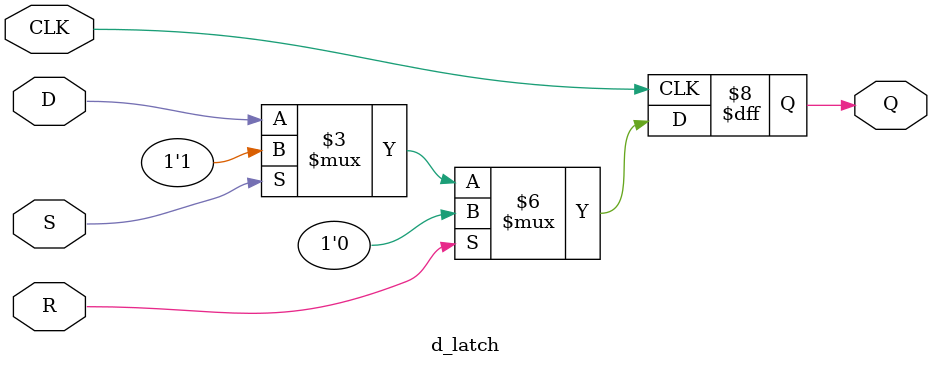
<source format=v>
module d_latch (
    input D,
    input S,
    input R,
    input CLK,
    output Q
);

reg Q;

always @(posedge CLK) begin
    if (R) begin
        Q <= 0;
    end else if (S) begin
        Q <= 1;
    end else begin
        Q <= D;
    end
end

endmodule
</source>
